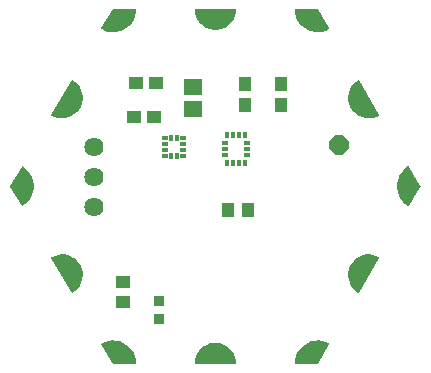
<source format=gbr>
G04 EAGLE Gerber RS-274X export*
G75*
%MOMM*%
%FSLAX34Y34*%
%LPD*%
%INSoldermask Top*%
%IPPOS*%
%AMOC8*
5,1,8,0,0,1.08239X$1,22.5*%
G01*
%ADD10R,0.901600X0.901600*%
%ADD11R,1.201600X1.101600*%
%ADD12P,1.759533X8X22.500000*%
%ADD13R,1.101600X1.201600*%
%ADD14R,1.601600X1.401600*%
%ADD15R,0.351600X0.576600*%
%ADD16R,0.576600X0.351600*%
%ADD17C,1.101600*%
%ADD18R,0.476600X0.451600*%
%ADD19R,0.451600X0.476600*%
%ADD20C,1.625600*%

G36*
X363104Y190819D02*
X363104Y190819D01*
X363133Y190817D01*
X363200Y190839D01*
X363270Y190853D01*
X363294Y190869D01*
X363322Y190878D01*
X363375Y190925D01*
X363434Y190965D01*
X363450Y190990D01*
X363472Y191009D01*
X363503Y191073D01*
X363541Y191133D01*
X363546Y191162D01*
X363558Y191188D01*
X363567Y191287D01*
X363574Y191329D01*
X363571Y191340D01*
X363573Y191354D01*
X363341Y194152D01*
X363331Y194185D01*
X363327Y194233D01*
X362638Y196955D01*
X362623Y196986D01*
X362611Y197033D01*
X361483Y199604D01*
X361463Y199632D01*
X361444Y199677D01*
X359908Y202027D01*
X359884Y202052D01*
X359858Y202092D01*
X357956Y204158D01*
X357928Y204178D01*
X357895Y204214D01*
X355680Y205938D01*
X355649Y205954D01*
X355611Y205983D01*
X353141Y207320D01*
X353108Y207330D01*
X353066Y207353D01*
X351880Y207760D01*
X350426Y208259D01*
X350410Y208265D01*
X350376Y208269D01*
X350330Y208285D01*
X347561Y208747D01*
X347526Y208746D01*
X347479Y208754D01*
X344671Y208754D01*
X344637Y208747D01*
X344589Y208747D01*
X341820Y208285D01*
X341787Y208272D01*
X341740Y208265D01*
X339084Y207353D01*
X339054Y207335D01*
X339009Y207320D01*
X336539Y205983D01*
X336513Y205961D01*
X336470Y205938D01*
X334255Y204214D01*
X334232Y204187D01*
X334194Y204158D01*
X332292Y202092D01*
X332274Y202063D01*
X332242Y202027D01*
X330706Y199677D01*
X330693Y199644D01*
X330667Y199604D01*
X329539Y197033D01*
X329532Y196999D01*
X329529Y196993D01*
X329523Y196984D01*
X329522Y196978D01*
X329512Y196955D01*
X328823Y194233D01*
X328821Y194198D01*
X328809Y194152D01*
X328577Y191354D01*
X328581Y191325D01*
X328576Y191296D01*
X328593Y191227D01*
X328601Y191156D01*
X328615Y191131D01*
X328622Y191103D01*
X328664Y191045D01*
X328699Y190984D01*
X328723Y190966D01*
X328740Y190942D01*
X328801Y190906D01*
X328858Y190863D01*
X328886Y190856D01*
X328911Y190841D01*
X329009Y190824D01*
X329050Y190814D01*
X329061Y190816D01*
X329075Y190813D01*
X363075Y190813D01*
X363104Y190819D01*
G37*
G36*
X347513Y473878D02*
X347513Y473878D01*
X347561Y473878D01*
X350330Y474340D01*
X350363Y474353D01*
X350410Y474361D01*
X353066Y475272D01*
X353096Y475290D01*
X353141Y475305D01*
X355611Y476642D01*
X355637Y476664D01*
X355680Y476687D01*
X357895Y478411D01*
X357918Y478438D01*
X357956Y478467D01*
X359858Y480533D01*
X359876Y480562D01*
X359908Y480598D01*
X361444Y482948D01*
X361457Y482981D01*
X361483Y483021D01*
X362611Y485592D01*
X362618Y485626D01*
X362638Y485670D01*
X363327Y488392D01*
X363329Y488427D01*
X363341Y488473D01*
X363573Y491271D01*
X363569Y491300D01*
X363574Y491329D01*
X363558Y491398D01*
X363549Y491469D01*
X363535Y491494D01*
X363528Y491522D01*
X363486Y491580D01*
X363451Y491641D01*
X363427Y491659D01*
X363410Y491683D01*
X363349Y491719D01*
X363292Y491762D01*
X363264Y491769D01*
X363239Y491784D01*
X363141Y491801D01*
X363100Y491811D01*
X363089Y491809D01*
X363075Y491812D01*
X329075Y491812D01*
X329046Y491806D01*
X329017Y491808D01*
X328950Y491786D01*
X328880Y491772D01*
X328856Y491756D01*
X328828Y491747D01*
X328775Y491700D01*
X328716Y491660D01*
X328701Y491635D01*
X328679Y491616D01*
X328647Y491552D01*
X328609Y491492D01*
X328604Y491463D01*
X328592Y491437D01*
X328583Y491338D01*
X328576Y491296D01*
X328579Y491285D01*
X328577Y491271D01*
X328809Y488473D01*
X328819Y488440D01*
X328823Y488392D01*
X329512Y485670D01*
X329527Y485639D01*
X329539Y485592D01*
X330667Y483021D01*
X330687Y482993D01*
X330706Y482948D01*
X332242Y480598D01*
X332266Y480573D01*
X332292Y480533D01*
X334194Y478467D01*
X334222Y478447D01*
X334255Y478411D01*
X336470Y476687D01*
X336501Y476671D01*
X336539Y476642D01*
X339009Y475305D01*
X339042Y475295D01*
X339084Y475272D01*
X341740Y474361D01*
X341774Y474356D01*
X341820Y474340D01*
X344589Y473878D01*
X344624Y473879D01*
X344671Y473871D01*
X347479Y473871D01*
X347513Y473878D01*
G37*
G36*
X224682Y251122D02*
X224682Y251122D01*
X224753Y251119D01*
X224780Y251130D01*
X224809Y251132D01*
X224899Y251174D01*
X224939Y251189D01*
X224947Y251197D01*
X224960Y251202D01*
X227263Y252802D01*
X227287Y252827D01*
X227327Y252854D01*
X229336Y254811D01*
X229355Y254840D01*
X229390Y254874D01*
X231049Y257134D01*
X231064Y257166D01*
X231093Y257205D01*
X232357Y259708D01*
X232366Y259741D01*
X232388Y259784D01*
X233224Y262461D01*
X233227Y262496D01*
X233242Y262542D01*
X233625Y265320D01*
X233623Y265355D01*
X233629Y265402D01*
X233550Y268206D01*
X233542Y268240D01*
X233541Y268288D01*
X233002Y271040D01*
X232988Y271072D01*
X232979Y271119D01*
X231994Y273745D01*
X231979Y273770D01*
X231974Y273789D01*
X231966Y273800D01*
X231959Y273819D01*
X230555Y276247D01*
X230532Y276273D01*
X230508Y276315D01*
X228724Y278479D01*
X228697Y278500D01*
X228666Y278538D01*
X226550Y280378D01*
X226520Y280395D01*
X226484Y280427D01*
X224093Y281894D01*
X224061Y281906D01*
X224020Y281931D01*
X221421Y282985D01*
X221387Y282991D01*
X221342Y283009D01*
X218605Y283621D01*
X218570Y283622D01*
X218523Y283632D01*
X215723Y283785D01*
X215689Y283780D01*
X215641Y283783D01*
X212853Y283472D01*
X212820Y283462D01*
X212772Y283456D01*
X210074Y282691D01*
X210044Y282676D01*
X209997Y282662D01*
X207462Y281464D01*
X207438Y281446D01*
X207411Y281436D01*
X207359Y281387D01*
X207302Y281345D01*
X207288Y281320D01*
X207267Y281300D01*
X207238Y281234D01*
X207202Y281173D01*
X207199Y281144D01*
X207187Y281117D01*
X207186Y281046D01*
X207177Y280976D01*
X207185Y280948D01*
X207185Y280918D01*
X207219Y280826D01*
X207231Y280784D01*
X207238Y280776D01*
X207243Y280763D01*
X224243Y251363D01*
X224262Y251341D01*
X224275Y251314D01*
X224328Y251267D01*
X224375Y251214D01*
X224401Y251201D01*
X224423Y251182D01*
X224490Y251159D01*
X224554Y251128D01*
X224583Y251127D01*
X224611Y251117D01*
X224682Y251122D01*
G37*
G36*
X476461Y398845D02*
X476461Y398845D01*
X476509Y398843D01*
X479297Y399153D01*
X479330Y399163D01*
X479378Y399169D01*
X482076Y399934D01*
X482106Y399950D01*
X482153Y399963D01*
X484688Y401161D01*
X484712Y401179D01*
X484739Y401189D01*
X484791Y401238D01*
X484848Y401280D01*
X484862Y401305D01*
X484884Y401325D01*
X484912Y401391D01*
X484948Y401452D01*
X484951Y401481D01*
X484963Y401508D01*
X484964Y401579D01*
X484973Y401649D01*
X484965Y401677D01*
X484965Y401707D01*
X484931Y401799D01*
X484919Y401841D01*
X484912Y401850D01*
X484907Y401862D01*
X467907Y431262D01*
X467888Y431284D01*
X467875Y431311D01*
X467822Y431358D01*
X467775Y431411D01*
X467749Y431424D01*
X467727Y431443D01*
X467660Y431466D01*
X467596Y431497D01*
X467567Y431498D01*
X467539Y431508D01*
X467468Y431503D01*
X467397Y431506D01*
X467370Y431495D01*
X467341Y431493D01*
X467251Y431451D01*
X467211Y431436D01*
X467203Y431429D01*
X467190Y431423D01*
X464887Y429823D01*
X464863Y429798D01*
X464823Y429771D01*
X462814Y427814D01*
X462795Y427785D01*
X462760Y427751D01*
X461101Y425491D01*
X461086Y425459D01*
X461057Y425420D01*
X459793Y422917D01*
X459784Y422884D01*
X459762Y422841D01*
X458926Y420164D01*
X458923Y420129D01*
X458908Y420083D01*
X458525Y417305D01*
X458527Y417270D01*
X458521Y417223D01*
X458600Y414419D01*
X458608Y414385D01*
X458609Y414337D01*
X459148Y411585D01*
X459162Y411553D01*
X459171Y411506D01*
X460156Y408880D01*
X460174Y408851D01*
X460191Y408806D01*
X461595Y406378D01*
X461618Y406352D01*
X461642Y406310D01*
X463426Y404146D01*
X463453Y404125D01*
X463484Y404087D01*
X465600Y402247D01*
X465630Y402230D01*
X465666Y402198D01*
X468057Y400731D01*
X468089Y400719D01*
X468130Y400694D01*
X470729Y399640D01*
X470763Y399634D01*
X470808Y399616D01*
X473545Y399004D01*
X473580Y399003D01*
X473627Y398993D01*
X476427Y398840D01*
X476461Y398845D01*
G37*
G36*
X467501Y251123D02*
X467501Y251123D01*
X467572Y251123D01*
X467599Y251134D01*
X467628Y251137D01*
X467690Y251172D01*
X467755Y251199D01*
X467776Y251220D01*
X467801Y251234D01*
X467864Y251311D01*
X467894Y251341D01*
X467898Y251352D01*
X467907Y251363D01*
X484907Y280763D01*
X484916Y280790D01*
X484933Y280814D01*
X484948Y280884D01*
X484970Y280951D01*
X484968Y280980D01*
X484974Y281009D01*
X484961Y281079D01*
X484955Y281149D01*
X484942Y281175D01*
X484936Y281204D01*
X484896Y281263D01*
X484864Y281326D01*
X484841Y281345D01*
X484825Y281369D01*
X484743Y281426D01*
X484710Y281453D01*
X484700Y281456D01*
X484688Y281464D01*
X482153Y282662D01*
X482119Y282671D01*
X482076Y282691D01*
X479378Y283456D01*
X479343Y283459D01*
X479297Y283472D01*
X476509Y283783D01*
X476475Y283779D01*
X476427Y283785D01*
X473627Y283632D01*
X473593Y283623D01*
X473545Y283621D01*
X470808Y283009D01*
X470776Y282995D01*
X470729Y282985D01*
X468130Y281931D01*
X468101Y281912D01*
X468057Y281894D01*
X465666Y280427D01*
X465641Y280403D01*
X465600Y280378D01*
X463484Y278538D01*
X463463Y278510D01*
X463426Y278479D01*
X461642Y276315D01*
X461626Y276284D01*
X461595Y276247D01*
X460191Y273819D01*
X460180Y273787D01*
X460173Y273774D01*
X460163Y273759D01*
X460163Y273757D01*
X460156Y273745D01*
X459171Y271119D01*
X459165Y271085D01*
X459148Y271040D01*
X458609Y268288D01*
X458609Y268253D01*
X458600Y268206D01*
X458521Y265402D01*
X458527Y265368D01*
X458525Y265320D01*
X458908Y262542D01*
X458920Y262509D01*
X458926Y262461D01*
X459762Y259784D01*
X459779Y259754D01*
X459793Y259708D01*
X461057Y257205D01*
X461079Y257177D01*
X461101Y257134D01*
X462760Y254874D01*
X462786Y254850D01*
X462814Y254811D01*
X464823Y252854D01*
X464852Y252836D01*
X464887Y252802D01*
X467190Y251202D01*
X467217Y251191D01*
X467240Y251172D01*
X467308Y251152D01*
X467373Y251124D01*
X467402Y251124D01*
X467430Y251115D01*
X467501Y251123D01*
G37*
G36*
X218523Y398993D02*
X218523Y398993D01*
X218557Y399002D01*
X218605Y399004D01*
X221342Y399616D01*
X221374Y399630D01*
X221421Y399640D01*
X224020Y400694D01*
X224049Y400713D01*
X224093Y400731D01*
X226484Y402198D01*
X226509Y402222D01*
X226550Y402247D01*
X228666Y404087D01*
X228687Y404115D01*
X228724Y404146D01*
X230508Y406310D01*
X230524Y406341D01*
X230555Y406378D01*
X231959Y408806D01*
X231970Y408838D01*
X231994Y408880D01*
X232979Y411506D01*
X232985Y411540D01*
X233002Y411585D01*
X233541Y414337D01*
X233541Y414372D01*
X233550Y414419D01*
X233629Y417223D01*
X233624Y417257D01*
X233625Y417305D01*
X233242Y420083D01*
X233230Y420116D01*
X233224Y420164D01*
X232388Y422841D01*
X232371Y422871D01*
X232357Y422917D01*
X231093Y425420D01*
X231071Y425448D01*
X231049Y425491D01*
X229390Y427751D01*
X229364Y427775D01*
X229336Y427814D01*
X227327Y429771D01*
X227298Y429789D01*
X227263Y429823D01*
X224960Y431423D01*
X224933Y431434D01*
X224910Y431453D01*
X224842Y431473D01*
X224777Y431501D01*
X224748Y431501D01*
X224720Y431510D01*
X224649Y431502D01*
X224578Y431502D01*
X224551Y431491D01*
X224522Y431488D01*
X224460Y431453D01*
X224395Y431426D01*
X224374Y431405D01*
X224349Y431391D01*
X224286Y431314D01*
X224256Y431284D01*
X224252Y431273D01*
X224243Y431262D01*
X207243Y401862D01*
X207234Y401835D01*
X207217Y401811D01*
X207202Y401741D01*
X207180Y401674D01*
X207182Y401645D01*
X207176Y401616D01*
X207189Y401546D01*
X207195Y401476D01*
X207208Y401450D01*
X207214Y401421D01*
X207254Y401362D01*
X207286Y401299D01*
X207309Y401280D01*
X207325Y401256D01*
X207407Y401199D01*
X207440Y401172D01*
X207450Y401169D01*
X207462Y401161D01*
X209997Y399963D01*
X210031Y399954D01*
X210074Y399934D01*
X212772Y399169D01*
X212807Y399166D01*
X212853Y399153D01*
X215641Y398843D01*
X215675Y398846D01*
X215723Y398840D01*
X218523Y398993D01*
G37*
G36*
X509802Y324323D02*
X509802Y324323D01*
X509873Y324323D01*
X509900Y324334D01*
X509929Y324337D01*
X509991Y324373D01*
X510056Y324400D01*
X510077Y324421D01*
X510102Y324435D01*
X510165Y324512D01*
X510195Y324543D01*
X510199Y324553D01*
X510208Y324563D01*
X519708Y341063D01*
X519718Y341095D01*
X519727Y341108D01*
X519731Y341133D01*
X519732Y341136D01*
X519763Y341207D01*
X519763Y341230D01*
X519771Y341252D01*
X519765Y341329D01*
X519766Y341406D01*
X519756Y341430D01*
X519755Y341450D01*
X519734Y341490D01*
X519708Y341562D01*
X510208Y358062D01*
X510189Y358083D01*
X510176Y358110D01*
X510123Y358157D01*
X510076Y358211D01*
X510050Y358223D01*
X510029Y358243D01*
X509961Y358266D01*
X509897Y358297D01*
X509868Y358298D01*
X509841Y358307D01*
X509769Y358303D01*
X509698Y358306D01*
X509671Y358296D01*
X509642Y358294D01*
X509552Y358251D01*
X509512Y358237D01*
X509504Y358229D01*
X509491Y358223D01*
X506968Y356482D01*
X506944Y356457D01*
X506906Y356431D01*
X504694Y354307D01*
X504675Y354279D01*
X504641Y354247D01*
X502799Y351795D01*
X502785Y351765D01*
X502756Y351727D01*
X501331Y349012D01*
X501322Y348981D01*
X501306Y348956D01*
X501305Y348948D01*
X501300Y348939D01*
X500329Y346030D01*
X500325Y345996D01*
X500310Y345952D01*
X499818Y342926D01*
X499819Y342892D01*
X499811Y342846D01*
X499811Y339779D01*
X499812Y339776D01*
X499812Y339773D01*
X499818Y339747D01*
X499818Y339746D01*
X499818Y339699D01*
X500310Y336673D01*
X500322Y336641D01*
X500329Y336595D01*
X501300Y333686D01*
X501317Y333657D01*
X501331Y333613D01*
X502756Y330898D01*
X502778Y330871D01*
X502799Y330830D01*
X504641Y328378D01*
X504666Y328356D01*
X504694Y328318D01*
X506906Y326194D01*
X506934Y326176D01*
X506968Y326143D01*
X509491Y324402D01*
X509518Y324390D01*
X509540Y324372D01*
X509609Y324352D01*
X509674Y324324D01*
X509703Y324323D01*
X509731Y324315D01*
X509802Y324323D01*
G37*
G36*
X182381Y324322D02*
X182381Y324322D01*
X182452Y324319D01*
X182479Y324329D01*
X182508Y324331D01*
X182598Y324374D01*
X182638Y324388D01*
X182646Y324396D01*
X182659Y324402D01*
X185182Y326143D01*
X185206Y326168D01*
X185244Y326194D01*
X187456Y328318D01*
X187475Y328346D01*
X187509Y328378D01*
X189351Y330830D01*
X189365Y330860D01*
X189394Y330898D01*
X190819Y333613D01*
X190828Y333645D01*
X190850Y333686D01*
X191821Y336595D01*
X191825Y336629D01*
X191840Y336673D01*
X192332Y339699D01*
X192331Y339733D01*
X192339Y339779D01*
X192339Y342846D01*
X192332Y342879D01*
X192332Y342926D01*
X191840Y345952D01*
X191828Y345984D01*
X191821Y346030D01*
X190850Y348939D01*
X190837Y348962D01*
X190831Y348986D01*
X190824Y348995D01*
X190819Y349012D01*
X189394Y351727D01*
X189372Y351754D01*
X189351Y351795D01*
X187509Y354247D01*
X187484Y354269D01*
X187456Y354307D01*
X185244Y356431D01*
X185216Y356449D01*
X185182Y356482D01*
X182659Y358223D01*
X182632Y358235D01*
X182610Y358253D01*
X182541Y358274D01*
X182476Y358301D01*
X182447Y358302D01*
X182419Y358310D01*
X182348Y358302D01*
X182277Y358302D01*
X182250Y358291D01*
X182221Y358288D01*
X182159Y358253D01*
X182094Y358225D01*
X182073Y358204D01*
X182048Y358190D01*
X181985Y358113D01*
X181955Y358082D01*
X181951Y358072D01*
X181942Y358062D01*
X172442Y341562D01*
X172418Y341489D01*
X172387Y341418D01*
X172387Y341395D01*
X172379Y341373D01*
X172386Y341296D01*
X172385Y341219D01*
X172394Y341195D01*
X172395Y341175D01*
X172416Y341135D01*
X172435Y341083D01*
X172436Y341078D01*
X172438Y341076D01*
X172442Y341063D01*
X181942Y324563D01*
X181961Y324542D01*
X181974Y324515D01*
X182027Y324468D01*
X182074Y324414D01*
X182100Y324402D01*
X182122Y324382D01*
X182189Y324359D01*
X182253Y324328D01*
X182282Y324327D01*
X182309Y324318D01*
X182381Y324322D01*
G37*
G36*
X432751Y190829D02*
X432751Y190829D01*
X432829Y190837D01*
X432848Y190848D01*
X432870Y190853D01*
X432934Y190897D01*
X433002Y190935D01*
X433018Y190954D01*
X433034Y190965D01*
X433058Y191003D01*
X433108Y191063D01*
X442608Y207563D01*
X442617Y207591D01*
X442633Y207614D01*
X442648Y207684D01*
X442671Y207752D01*
X442668Y207781D01*
X442674Y207809D01*
X442661Y207879D01*
X442655Y207950D01*
X442642Y207976D01*
X442636Y208004D01*
X442596Y208063D01*
X442563Y208127D01*
X442541Y208145D01*
X442525Y208169D01*
X442442Y208226D01*
X442410Y208253D01*
X442399Y208256D01*
X442389Y208264D01*
X439623Y209572D01*
X439590Y209580D01*
X439547Y209601D01*
X436607Y210448D01*
X436573Y210451D01*
X436529Y210464D01*
X433491Y210830D01*
X433457Y210827D01*
X433410Y210833D01*
X430353Y210706D01*
X430320Y210698D01*
X430273Y210696D01*
X427276Y210080D01*
X427245Y210067D01*
X427199Y210058D01*
X424339Y208970D01*
X424311Y208951D01*
X424267Y208935D01*
X421619Y207402D01*
X421593Y207379D01*
X421553Y207356D01*
X419185Y205418D01*
X419163Y205392D01*
X419127Y205362D01*
X417100Y203070D01*
X417084Y203040D01*
X417052Y203005D01*
X415420Y200417D01*
X415408Y200386D01*
X415383Y200346D01*
X414187Y197530D01*
X414180Y197496D01*
X414177Y197490D01*
X414173Y197483D01*
X414172Y197478D01*
X414161Y197453D01*
X413433Y194482D01*
X413431Y194448D01*
X413420Y194402D01*
X413177Y191352D01*
X413181Y191324D01*
X413176Y191296D01*
X413193Y191226D01*
X413201Y191155D01*
X413216Y191130D01*
X413222Y191103D01*
X413265Y191045D01*
X413301Y190982D01*
X413323Y190965D01*
X413340Y190942D01*
X413402Y190906D01*
X413459Y190862D01*
X413487Y190855D01*
X413511Y190841D01*
X413611Y190824D01*
X413652Y190814D01*
X413662Y190815D01*
X413675Y190813D01*
X432675Y190813D01*
X432751Y190829D01*
G37*
G36*
X433444Y471798D02*
X433444Y471798D01*
X433491Y471795D01*
X436529Y472161D01*
X436561Y472171D01*
X436607Y472177D01*
X439547Y473024D01*
X439577Y473040D01*
X439623Y473053D01*
X442389Y474361D01*
X442411Y474378D01*
X442438Y474388D01*
X442490Y474437D01*
X442548Y474480D01*
X442562Y474505D01*
X442583Y474525D01*
X442612Y474590D01*
X442648Y474652D01*
X442651Y474681D01*
X442663Y474707D01*
X442664Y474779D01*
X442673Y474849D01*
X442665Y474877D01*
X442666Y474906D01*
X442630Y475000D01*
X442619Y475041D01*
X442612Y475049D01*
X442608Y475062D01*
X433108Y491562D01*
X433056Y491620D01*
X433010Y491683D01*
X432991Y491694D01*
X432976Y491711D01*
X432906Y491744D01*
X432839Y491784D01*
X432815Y491788D01*
X432797Y491797D01*
X432752Y491799D01*
X432675Y491812D01*
X413675Y491812D01*
X413647Y491806D01*
X413619Y491809D01*
X413551Y491786D01*
X413480Y491772D01*
X413457Y491756D01*
X413430Y491747D01*
X413375Y491700D01*
X413316Y491660D01*
X413301Y491636D01*
X413280Y491617D01*
X413248Y491553D01*
X413209Y491492D01*
X413204Y491464D01*
X413192Y491439D01*
X413183Y491337D01*
X413176Y491296D01*
X413178Y491286D01*
X413177Y491273D01*
X413420Y488223D01*
X413429Y488190D01*
X413433Y488143D01*
X414161Y485172D01*
X414176Y485141D01*
X414187Y485095D01*
X415383Y482279D01*
X415402Y482251D01*
X415420Y482208D01*
X417052Y479620D01*
X417076Y479595D01*
X417100Y479555D01*
X419127Y477263D01*
X419154Y477242D01*
X419185Y477207D01*
X421553Y475269D01*
X421583Y475253D01*
X421619Y475223D01*
X424267Y473690D01*
X424299Y473679D01*
X424339Y473655D01*
X427199Y472567D01*
X427232Y472561D01*
X427276Y472545D01*
X430273Y471929D01*
X430307Y471929D01*
X430353Y471919D01*
X433410Y471792D01*
X433444Y471798D01*
G37*
G36*
X278503Y190819D02*
X278503Y190819D01*
X278531Y190816D01*
X278599Y190839D01*
X278670Y190853D01*
X278693Y190869D01*
X278720Y190878D01*
X278775Y190925D01*
X278834Y190965D01*
X278849Y190989D01*
X278871Y191008D01*
X278902Y191072D01*
X278941Y191133D01*
X278946Y191161D01*
X278958Y191186D01*
X278967Y191288D01*
X278974Y191329D01*
X278972Y191339D01*
X278973Y191352D01*
X278730Y194402D01*
X278721Y194435D01*
X278717Y194482D01*
X277989Y197453D01*
X277974Y197484D01*
X277963Y197530D01*
X276767Y200346D01*
X276748Y200374D01*
X276730Y200417D01*
X275098Y203005D01*
X275074Y203030D01*
X275050Y203070D01*
X273023Y205362D01*
X272996Y205383D01*
X272965Y205418D01*
X270598Y207356D01*
X270567Y207372D01*
X270531Y207402D01*
X267883Y208935D01*
X267851Y208946D01*
X267811Y208970D01*
X264951Y210058D01*
X264918Y210064D01*
X264874Y210080D01*
X261877Y210696D01*
X261843Y210696D01*
X261797Y210706D01*
X258740Y210833D01*
X258706Y210827D01*
X258659Y210830D01*
X255621Y210464D01*
X255589Y210454D01*
X255543Y210448D01*
X252603Y209601D01*
X252573Y209585D01*
X252528Y209572D01*
X249762Y208264D01*
X249739Y208247D01*
X249712Y208237D01*
X249660Y208188D01*
X249602Y208145D01*
X249588Y208120D01*
X249567Y208100D01*
X249538Y208035D01*
X249502Y207973D01*
X249499Y207945D01*
X249487Y207918D01*
X249486Y207846D01*
X249477Y207776D01*
X249485Y207748D01*
X249485Y207719D01*
X249520Y207625D01*
X249531Y207584D01*
X249538Y207576D01*
X249542Y207563D01*
X259042Y191063D01*
X259094Y191005D01*
X259140Y190942D01*
X259159Y190931D01*
X259174Y190914D01*
X259244Y190881D01*
X259311Y190841D01*
X259336Y190837D01*
X259353Y190828D01*
X259398Y190826D01*
X259475Y190813D01*
X278475Y190813D01*
X278503Y190819D01*
G37*
G36*
X261797Y471919D02*
X261797Y471919D01*
X261830Y471927D01*
X261877Y471929D01*
X264874Y472545D01*
X264905Y472558D01*
X264951Y472567D01*
X267811Y473655D01*
X267840Y473674D01*
X267883Y473690D01*
X270531Y475223D01*
X270557Y475246D01*
X270598Y475269D01*
X272965Y477207D01*
X272987Y477233D01*
X273023Y477263D01*
X275050Y479555D01*
X275067Y479585D01*
X275098Y479620D01*
X276730Y482208D01*
X276742Y482240D01*
X276767Y482279D01*
X277963Y485095D01*
X277970Y485129D01*
X277989Y485172D01*
X278717Y488143D01*
X278719Y488177D01*
X278730Y488223D01*
X278973Y491273D01*
X278969Y491301D01*
X278974Y491329D01*
X278957Y491399D01*
X278949Y491470D01*
X278935Y491495D01*
X278928Y491522D01*
X278885Y491580D01*
X278850Y491643D01*
X278827Y491660D01*
X278810Y491683D01*
X278748Y491719D01*
X278691Y491763D01*
X278663Y491770D01*
X278639Y491784D01*
X278539Y491801D01*
X278498Y491811D01*
X278488Y491810D01*
X278475Y491812D01*
X259475Y491812D01*
X259399Y491796D01*
X259321Y491788D01*
X259302Y491777D01*
X259280Y491772D01*
X259216Y491728D01*
X259148Y491690D01*
X259132Y491671D01*
X259116Y491660D01*
X259092Y491622D01*
X259042Y491562D01*
X249542Y475062D01*
X249533Y475034D01*
X249517Y475011D01*
X249502Y474941D01*
X249479Y474873D01*
X249482Y474845D01*
X249476Y474816D01*
X249490Y474746D01*
X249495Y474675D01*
X249508Y474649D01*
X249514Y474621D01*
X249554Y474562D01*
X249587Y474498D01*
X249609Y474480D01*
X249625Y474456D01*
X249708Y474399D01*
X249740Y474372D01*
X249751Y474369D01*
X249762Y474361D01*
X252528Y473053D01*
X252561Y473045D01*
X252603Y473024D01*
X255543Y472177D01*
X255577Y472174D01*
X255621Y472161D01*
X258659Y471795D01*
X258693Y471798D01*
X258740Y471792D01*
X261797Y471919D01*
G37*
D10*
X298133Y244038D03*
X298133Y229038D03*
D11*
X267970Y243595D03*
X267970Y260595D03*
D12*
X450533Y376238D03*
D13*
X356625Y321628D03*
X373625Y321628D03*
D14*
X327025Y406425D03*
X327025Y425425D03*
D15*
X356038Y361438D03*
X361038Y361438D03*
X366038Y361438D03*
X371038Y361438D03*
D16*
X372663Y368063D03*
X372663Y373063D03*
X372663Y378063D03*
D15*
X371038Y384688D03*
X366038Y384688D03*
X361038Y384688D03*
X356038Y384688D03*
D16*
X354413Y378063D03*
X354413Y373063D03*
X354413Y368063D03*
D17*
X428675Y484413D03*
X511275Y341313D03*
X428675Y198213D03*
X263475Y198213D03*
X180875Y341313D03*
X263475Y484413D03*
X469975Y412813D03*
X469975Y269813D03*
X346075Y198213D03*
X222175Y269813D03*
X222175Y412813D03*
X346075Y484413D03*
D13*
X401638Y410600D03*
X401638Y427600D03*
X371475Y410600D03*
X371475Y427600D03*
D11*
X294250Y400050D03*
X277250Y400050D03*
X295838Y428625D03*
X278838Y428625D03*
D18*
X318770Y367150D03*
X318770Y372150D03*
X318770Y377150D03*
X318770Y382150D03*
X303530Y382150D03*
X303530Y377150D03*
X303530Y372150D03*
X303530Y367150D03*
D19*
X313650Y382270D03*
X308650Y382270D03*
X308650Y367030D03*
X313650Y367030D03*
D20*
X242888Y374650D03*
X242888Y349250D03*
X242888Y323850D03*
M02*

</source>
